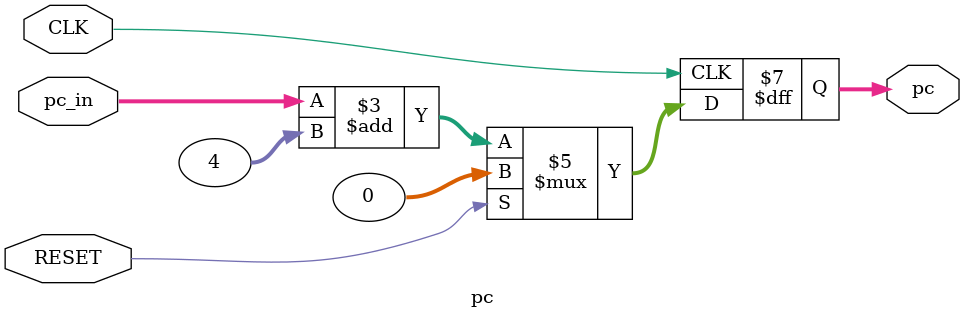
<source format=v>
module pc(CLK, RESET,pc_in, pc);
  input CLK, RESET;
  input [31:0] pc_in;
  output reg [31:0] pc;

  always @(posedge CLK) 
  begin
    if (RESET == 1'b1) 
    begin
      pc <= #1 0;
  
    end
    else 
    begin
      pc <= #1 pc_in + 4;
    end
  end
endmodule


</source>
